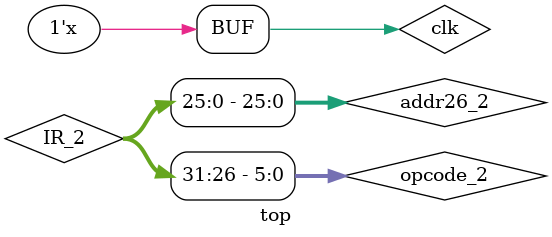
<source format=v>
`timescale 1ns / 1ps
`define LW 6'b100011
`define SW 6'b101011

`define ADD 6'b100000
`define SUB 6'b100010
`define ADDU 6'b100001
`define AND 6'b100100
`define OR 6'b100101
`define SLT 6'b101010

`define BEQ 6'b000100
`define J 6'b000010
`define R 6'b000000

`define HALT 6'b111111

module top(
    );
    reg clk=0;
    
    wire [31:0]pcin;//PC
    wire [31:0]pcout;
    
    wire [5:0]opcode;//CU
    wire [4:0]rs;
    wire [4:0]rt;
    wire [4:0]rd;
    wire [25:0]addr26;
    wire [15:0]imm16;
    
    wire [31:0]add1out;//add1
    
    wire RegWr;//IM
    wire Jump;
    wire RegDst;
    wire Branch;
    wire MemtoReg;
    wire MemRd;
    wire MemWr;
    wire ALUSrc;
    
    wire [31:0]rdata1;//RF
    wire [31:0]rdata2;
    
    wire [2:0]aluop;//ALU
    wire [31:0]imm32;
    wire [31:0]aluout;
    wire z;
    
    wire [31:0]dmout;//DM
    
    wire [31:0]add2out;//add2
    
    //wire [31:0]mux1out;//mux1
    
    wire [27:0]shlout;//shl2
    //ÒÔÉÏÊÇµ¥Ö¸ÁîCPU²¿·Ö¸÷¸ö²¿¼þ
    
    wire [31:0]npc1;
    wire [25:0]IR1;
    wire [5:0]opcode_2;
    wire RegWr_2,Jump_2,RegDst_2,Branch_2,MemtoReg_2,MemRd_2,MemWr_2,ALUSrc_2;
    ControlUnit CU(opcode,RegWr,Jump,RegDst,Branch,MemtoReg,MemRd,MemWr,ALUSrc);
    ProgramCounter PC(clk,pcin,pcout);
    Add1 ADD1(4,pcout,add1out); 
    InstructionMemory IM(clk,pcout,opcode/*,rs,rt,rd*/,addr26/*,imm16*/);
    RegFI FI_ID(clk,add1out,addr26,RegWr,Jump,RegDst,Branch,MemtoReg,MemRd,MemWr,ALUSrc,opcode,
    npc1,IR1,RegWr_2,Jump_2,RegDst_2,Branch_2,MemtoReg_2,MemRd_2,MemWr_2,ALUSrc_2,opcode_2);//FI¼¶
   
    wire [31:0]IR;
    wire [31:0]npc1_2;
    wire [31:0]rs_2;
    wire [31:0]rt_2;
    wire [31:0]imm32_2;
    wire [31:0]IR_2;
    wire [4:0]w_reg;
    wire [31:0]w_data;
    wire [5:0]opcode_3;
    wire Jump_3,RegDst_3,Branch_3,MemtoReg_3,MemRd_3,MemWr_3,ALUSrc_3;
    assign rs=IR1[25:21];
    assign rt=IR1[20:16];
    assign rd=IR1[15:11];
    assign IR={opcode,IR1};   
    assign imm16=IR1[15:0]; 
    RegisterFile RF(clk,RegWr_2,w_data,rs,rt,w_reg,rdata1,rdata2);
    SignalExtension SigExt(imm16,imm32);
    RegID ID_EX(clk,npc1,rdata1,rdata2,imm32,IR,Jump_2,RegDst_2,Branch_2,MemtoReg_2,MemRd_2,MemWr_2,ALUSrc_2,opcode_2,
    npc1_2,rs_2,rt_2,imm32_2,IR_2,Jump_3,RegDst_3,Branch_3,MemtoReg_3,MemRd_3,MemWr_3,ALUSrc_3,opcode_3);//ID¼¶
    
    wire [25:0]addr26_2;
    wire [31:0]npc3;
    wire [31:0]npc2;
    wire flag;
    wire [31:0]aluout_2;
    wire [31:0]rt_3;
    wire [31:0]IR_3;
    wire Jump_4,RegDst_4,Branch_4,MemtoReg_4,MemRd_4,MemWr_4;
    assign addr26_2=IR_2[25:0];
    assign opcode_2=IR_2[31:26];
    ALUControl ALUCU(opcode_3,aluop);
    ALU2 alu(rs_2,(ALUSrc_3?imm32_2:rt_2),aluop,z,aluout);
    Add1 ADD2(npc1_2,(imm32_2<<2),add2out);
    //Multiplexer MUX1((Branch&&z),add2out,add1out,mux1out);
    ShiftUnit SHL(addr26_2,shlout);
    RegEX EX_MA(clk,{npc1_2[31:28],shlout},add2out,z,aluout,rt_2,IR_2,Jump_3,RegDst_3,Branch_3,MemtoReg_3,MemRd_3,MemWr_3,
    npc3,npc2,flag,aluout_2,rt_3,IR_3,Jump_4,RegDst_4,Branch_4,MemtoReg_4,MemRd_4,MemWr_4);//EX¼¶
    
    wire [31:0]aluout_3;
    wire [31:0]dmout_2;
    wire [31:0]IR_4;
    wire [31:0]pcin_2;

    wire RegDst_5,MemtoReg_5;
    reg PCSrc; //ÎªÁËµÚÒ»ÌõÖ¸Áî²»ÎªX
    Multiplexer4 MUX_4((flag&&Branch_4),Jump_4,npc3,npc2,pcin_2);
    //assign pcin=PCSrc?pcin_2:add1out;
    Multiplexer MUX3(PCSrc,pcin_2,add1out,pcin);
    //Multiplexer MUX2(Jump,{add1out[31:28],shlout},mux1out,pcin);
    DataMemory DM(MemRd_4,MemWr_4,aluout_2,rt_3,dmout);
    RegMA MA_WB(clk,aluout_2,dmout,IR_3,RegDst_4,MemtoReg_4,
    aluout_3,dmout_2,IR_4,RegDst_5,MemtoReg_5);//MA¼¶
    
    wire [4:0]rt_4;
    wire [4:0]rd_4;
    assign rt_4=IR_4[20:16];
    assign rd_4=IR_4[15:11];//WB¼¶
    assign w_reg=RegDst_5?rd_4:rt_4;
    assign w_data=MemtoReg_5?dmout_2:aluout_3;

    
    always@(*)begin
        PCSrc=(flag&&Branch_4)||Jump;
        #10
        clk<=~clk;       
    end
endmodule

</source>
